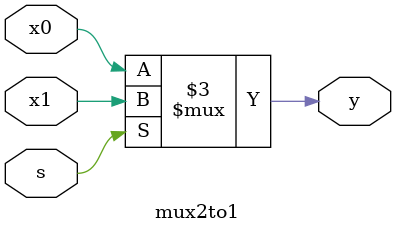
<source format=sv>
module top_module (
	input clk,
	input w,
	input R,
	input E,
	input L,
	output reg Q
);

reg D;

always @(posedge clk) begin
	if (E) begin
		if (L)
			D <= R;
		else
			D <= Q;
	end else begin
		D <= Q;
	end
	Q <= D;
end

mux2to1 M(
	.x0(R),
	.x1(Q),
	.s(E),
	.y(Q)
);

endmodule
module mux2to1 (
	input x0,
	input x1,
	input s,
	output reg y
);

always @(x0, x1, s) begin
	if (s)
		y <= x1;
	else
		y <= x0;
end

endmodule

</source>
